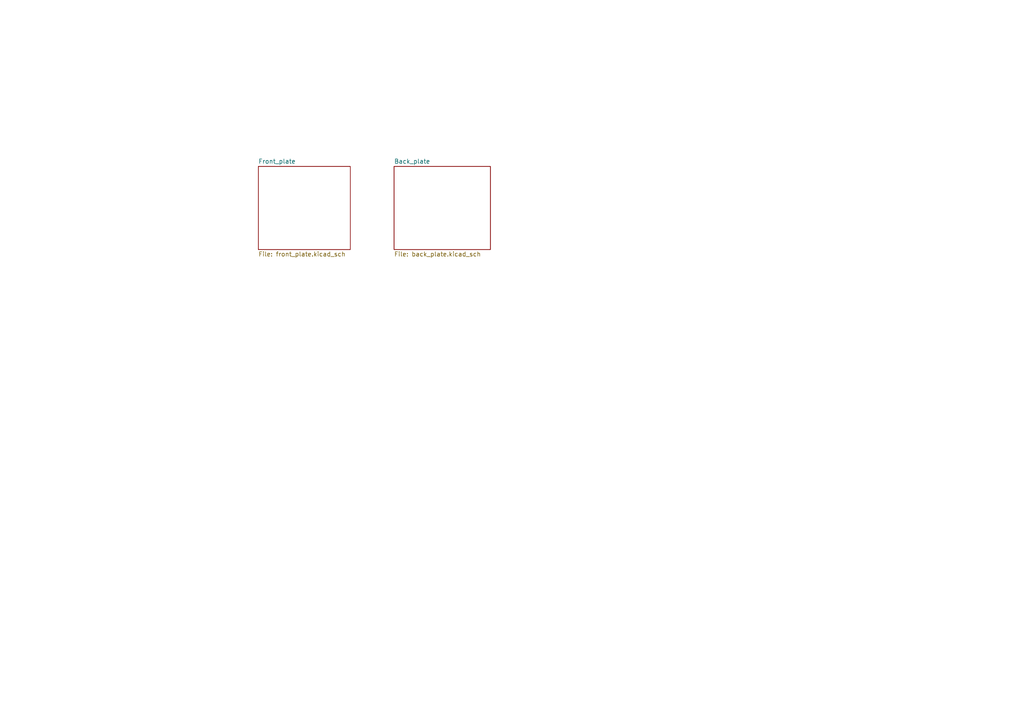
<source format=kicad_sch>
(kicad_sch (version 20211123) (generator eeschema)
  (paper "A4")
  (title_block (title "RzIT Line Follower project") (date "2022-05-31") (rev "1.0") (company "Rzeszowska Grupa IT ~ Krzysztof Strzepek"))
  (lib_symbols)
  (sheet (at 114.3 48.26) (size 27.94 24.13) (stroke (width 0.1524))
    (property "Sheet name" "Back_plate" (at 114.3 47.5484 0) (effects (justify left bottom)))
    (property "Sheet file" "back_plate.kicad_sch" (at 114.3 72.9746 0) (effects (justify left top)))
  )
  (sheet (at 74.93 48.26) (size 26.67 24.13) (stroke (width 0.1524))
    (property "Sheet name" "Front_plate" (at 74.93 47.5484 0) (effects (justify left bottom)))
    (property "Sheet file" "front_plate.kicad_sch" (at 74.93 72.9746 0) (effects (justify left top)))
  )
)
</source>
